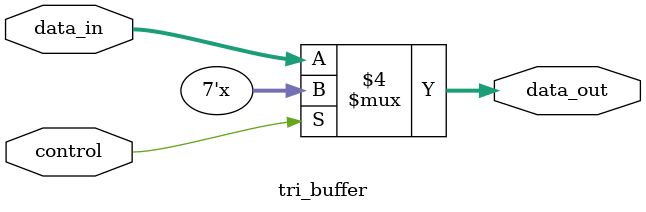
<source format=v>
`timescale 1ns / 1ps


module tri_buffer(
    output [6:0]data_out,
    input [6:0]data_in,
    input control
    );
    reg [6:0]data_out;
    always 
    begin
        if (control==0)data_out=data_in;
        else data_out=7'bz;
    end
endmodule

</source>
